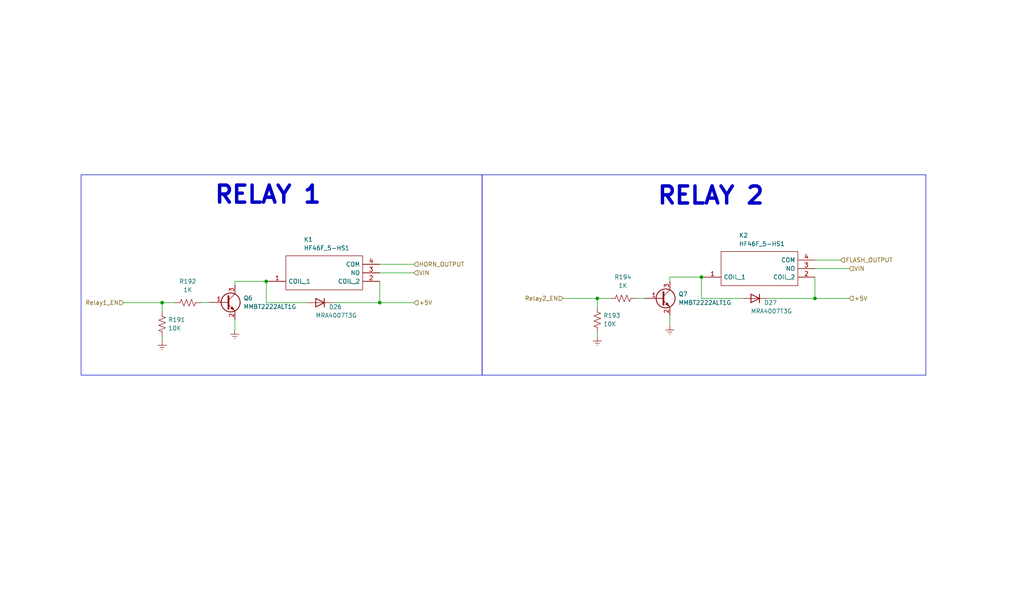
<source format=kicad_sch>
(kicad_sch (version 20231120) (generator "eeschema") (generator_version "8.0")
  (paper "User" 304.8 177.8)
  (lib_symbols
    (symbol "Device:D" (pin_numbers hide) (pin_names (offset 1.016) hide)
      (property "Reference" "D" (at 0 2.54 0))
      (property "Value" "D" (at 0 -2.54 0))
      (symbol "D_0_1"
        (polyline (pts (xy -1.27 1.27) (xy -1.27 -1.27)) (stroke (width 0.254)))
        (polyline (pts (xy 1.27 0) (xy -1.27 0)))
        (polyline (pts (xy 1.27 1.27) (xy 1.27 -1.27) (xy -1.27 0) (xy 1.27 1.27)) (stroke (width 0.254)))
      )
      (symbol "D_1_1"
        (pin passive line (at -3.81 0 0) (length 2.54) (name "K") (number "1"))
        (pin passive line (at 3.81 0 180) (length 2.54) (name "A") (number "2"))
      )
    )
    (symbol "Device:R_US" (pin_numbers hide) (pin_names (offset 0))
      (property "Reference" "R" (at 2.54 0 90))
      (property "Value" "R_US" (at -2.54 0 90))
      (symbol "R_US_0_1"
        (polyline (pts (xy 0 -2.286) (xy 0 -2.54)))
        (polyline (pts (xy 0 2.286) (xy 0 2.54)))
        (polyline (pts (xy 0 -0.762) (xy 1.016 -1.143) (xy 0 -1.524) (xy -1.016 -1.905) (xy 0 -2.286)))
        (polyline (pts (xy 0 0.762) (xy 1.016 0.381) (xy 0 0) (xy -1.016 -0.381) (xy 0 -0.762)))
        (polyline (pts (xy 0 2.286) (xy 1.016 1.905) (xy 0 1.524) (xy -1.016 1.143) (xy 0 0.762)))
      )
      (symbol "R_US_1_1"
        (pin passive line (at 0 3.81 270) (length 1.27) (name "~") (number "1"))
        (pin passive line (at 0 -3.81 90) (length 1.27) (name "~") (number "2"))
      )
    )
    (symbol "HF46F:HF46F_5-HS1" (pin_names (offset 0.762))
      (property "Reference" "K" (at 29.21 7.62 0))
      (property "Value" "HF46F_5-HS1" (at 29.21 5.08 0))
      (symbol "HF46F_5-HS1_0_0"
        (pin passive line (at 33.02 0 180) (length 5.08) (name "COIL_1") (number "1"))
        (pin passive line (at 0 0 0) (length 5.08) (name "COIL_2") (number "2"))
        (pin passive line (at 0 -2.54 0) (length 5.08) (name "NO") (number "3"))
        (pin passive line (at 0 -5.08 0) (length 5.08) (name "COM") (number "4"))
      )
      (symbol "HF46F_5-HS1_0_1"
        (polyline (pts (xy 5.08 2.54) (xy 27.94 2.54) (xy 27.94 -7.62) (xy 5.08 -7.62) (xy 5.08 2.54)) (stroke (width 0.1524)))
      )
    )
    (symbol "Transistor_BJT:2N3055" (pin_names (offset 0) hide)
      (property "Reference" "Q" (at 5.08 1.905 0))
      (property "Value" "2N3055" (at 5.08 0 0))
      (symbol "2N3055_0_1"
        (polyline (pts (xy 0.635 0.635) (xy 2.54 2.54)))
        (polyline (pts (xy 0.635 -0.635) (xy 2.54 -2.54) (xy 2.54 -2.54)))
        (polyline (pts (xy 0.635 1.905) (xy 0.635 -1.905) (xy 0.635 -1.905)) (stroke (width 0.508)))
        (polyline (pts (xy 1.27 -1.778) (xy 1.778 -1.27) (xy 2.286 -2.286) (xy 1.27 -1.778) (xy 1.27 -1.778)) (fill (type outline)))
        (circle (center 1.27 0) (radius 2.8194) (stroke (width 0.254)))
      )
      (symbol "2N3055_1_1"
        (pin input line (at -5.08 0 0) (length 5.715) (name "B") (number "1"))
        (pin passive line (at 2.54 -5.08 90) (length 2.54) (name "E") (number "2"))
        (pin passive line (at 2.54 5.08 270) (length 2.54) (name "C") (number "3"))
      )
    )
    (symbol "power:Earth" (power) (pin_names (offset 0))
      (symbol "Earth_0_1"
        (polyline (pts (xy -0.635 -1.905) (xy 0.635 -1.905)))
        (polyline (pts (xy -0.127 -2.54) (xy 0.127 -2.54)))
        (polyline (pts (xy 0 -1.27) (xy 0 0)))
        (polyline (pts (xy 1.27 -1.27) (xy -1.27 -1.27)))
      )
      (symbol "Earth_1_1"
        (pin power_in line (at 0 0 270) (length 0) hide (name "Earth") (number "1"))
      )
    )
  )
  (junction (at 113.03 90.17))
  (junction (at 242.57 88.9))
  (junction (at 177.8 88.9))
  (junction (at 79.2552 83.82))
  (junction (at 48.26 90.17))
  (junction (at 208.7952 82.55))
  (wire (pts (xy 91.44 90.17) (xy 79.2552 90.17)))
  (wire (pts (xy 48.26 100.33) (xy 48.26 101.6)))
  (wire (pts (xy 113.03 83.82) (xy 113.03 90.17)))
  (wire (pts (xy 113.03 81.28) (xy 123.19 81.28)))
  (wire (pts (xy 242.57 82.55) (xy 242.57 88.9)))
  (wire (pts (xy 242.57 88.9) (xy 252.73 88.9)))
  (wire (pts (xy 69.9188 95.1788) (xy 69.9188 98.298)))
  (wire (pts (xy 199.39 82.55) (xy 208.7952 82.55)))
  (wire (pts (xy 177.8 88.9) (xy 181.61 88.9)))
  (wire (pts (xy 167.64 88.9) (xy 177.8 88.9)))
  (wire (pts (xy 113.03 78.74) (xy 123.19 78.74)))
  (wire (pts (xy 59.69 90.0988) (xy 59.69 90.17)))
  (wire (pts (xy 36.83 90.17) (xy 48.26 90.17)))
  (wire (pts (xy 199.39 83.82) (xy 199.39 82.55)))
  (wire (pts (xy 189.23 88.9) (xy 191.77 88.9)))
  (wire (pts (xy 177.8 99.06) (xy 177.8 100.33)))
  (wire (pts (xy 220.98 88.9) (xy 208.7952 88.9)))
  (wire (pts (xy 62.2988 90.0988) (xy 59.69 90.0988)))
  (wire (pts (xy 242.57 77.47) (xy 250.19 77.47)))
  (wire (pts (xy 208.7952 82.55) (xy 209.55 82.55)))
  (wire (pts (xy 69.9188 98.298) (xy 69.85 98.298)))
  (wire (pts (xy 199.39 93.98) (xy 199.39 97.028)))
  (wire (pts (xy 242.57 80.01) (xy 252.73 80.01)))
  (wire (pts (xy 69.9188 83.82) (xy 69.9188 85.0188)))
  (wire (pts (xy 99.06 90.17) (xy 113.03 90.17)))
  (wire (pts (xy 208.7952 88.9) (xy 208.7952 82.55)))
  (wire (pts (xy 48.26 90.17) (xy 48.26 92.71)))
  (wire (pts (xy 79.2552 83.82) (xy 80.01 83.82)))
  (wire (pts (xy 113.03 90.17) (xy 123.19 90.17)))
  (wire (pts (xy 177.8 88.9) (xy 177.8 91.44)))
  (wire (pts (xy 69.9188 83.82) (xy 79.2552 83.82)))
  (wire (pts (xy 79.2552 90.17) (xy 79.2552 83.82)))
  (wire (pts (xy 48.26 90.17) (xy 52.07 90.17)))
  (wire (pts (xy 228.6 88.9) (xy 242.57 88.9)))
  (rectangle (start 143.51 52.07) (end 275.59 111.76))
  (rectangle (start 24.13 52.07) (end 143.51 111.76))
  (text "RELAY 2\n" (at 211.582 58.42 0) (effects (font (size 5.08 5.08) (bold yes))))
  (text "RELAY 1" (at 79.756 58.166 0) (effects (font (size 5.08 5.08) (bold yes))))
  (hierarchical_label "HORN_OUTPUT" (shape input) (at 123.19 78.74 0))
  (hierarchical_label "+5V" (shape input) (at 123.19 90.17 0))
  (hierarchical_label "VIN" (shape input) (at 252.73 80.01 0))
  (hierarchical_label "Relay2_EN" (shape input) (at 167.64 88.9 180))
  (hierarchical_label "VIN" (shape input) (at 123.19 81.28 0))
  (hierarchical_label "+5V" (shape input) (at 252.73 88.9 0))
  (hierarchical_label "FLASH_OUTPUT" (shape input) (at 250.19 77.47 0))
  (hierarchical_label "Relay1_EN" (shape input) (at 36.83 90.17 180))
  (symbol (lib_id "Device:R_US") (at 55.88 90.17 90) (unit 1)
    (property "Reference" "R192" (at 55.88 83.82 90))
    (property "Value" "1K" (at 55.88 86.36 90))
    (property "Footprint" "Resistor_SMD:R_0603_1608Metric" (effects (hide yes)))
    (property "Description" "Resistor, US symbol" (effects (hide yes)))
    (property "MPN" "0603WAF1001T5E" (effects (hide yes)))
  )
  (symbol (lib_id "Device:R_US") (at 185.42 88.9 90) (unit 1)
    (property "Reference" "R194" (at 185.42 82.55 90))
    (property "Value" "1K" (at 185.42 85.09 90))
    (property "Footprint" "Resistor_SMD:R_0603_1608Metric" (effects (hide yes)))
    (property "Description" "Resistor, US symbol" (effects (hide yes)))
    (property "MPN" "0603WAF1001T5E" (effects (hide yes)))
  )
  (symbol (lib_id "power:Earth") (at 48.26 101.6 0) (unit 1)
    (property "Reference" "#PWR0204" (effects (hide yes)))
    (property "Value" "Earth" (effects (hide yes)))
    (property "Description" "Power symbol creates a global label with name \"Earth\"" (effects (hide yes)))
  )
  (symbol (lib_id "Device:R_US") (at 48.26 96.52 0) (unit 1)
    (property "Reference" "R191" (at 50.038 95.2499 0) (effects (justify left)))
    (property "Value" "10K" (at 50.038 97.7899 0) (effects (justify left)))
    (property "Footprint" "Resistor_SMD:R_0603_1608Metric" (effects (hide yes)))
    (property "Description" "Resistor, US symbol" (effects (hide yes)))
    (property "MPN" "0603WAF1002T5E" (effects (hide yes)))
  )
  (symbol (lib_id "Transistor_BJT:2N3055") (at 196.85 88.9 0) (unit 1)
    (property "Reference" "Q7" (at 201.93 87.6299 0) (effects (justify left)))
    (property "Value" "MMBT2222ALT1G" (at 201.93 90.1699 0) (effects (justify left)))
    (property "Footprint" "HDMI 2.0 TX:MMBT2222ALT1G" (effects (hide yes)))
    (property "Datasheet" "https://datasheet.lcsc.com/lcsc/2304140030_onsemi-MMBT2222ALT1G_C82460.pdf" (effects (hide yes)))
    (property "Description" "40V 225mW 100@150mA,10V 600mA NPN SOT-23(TO-236) Bipolar Transistors - BJT ROHS" (effects (hide yes)))
    (property "MPN" "MMBT2222A" (effects (hide yes)))
  )
  (symbol (lib_id "power:Earth") (at 177.8 100.33 0) (unit 1)
    (property "Reference" "#PWR0206" (effects (hide yes)))
    (property "Value" "Earth" (effects (hide yes)))
    (property "Description" "Power symbol creates a global label with name \"Earth\"" (effects (hide yes)))
  )
  (symbol (lib_id "HF46F:HF46F_5-HS1") (at 242.57 82.55 180) (unit 1)
    (property "Reference" "K2" (at 219.964 70.104 0) (effects (justify right)))
    (property "Value" "HF46F_5-HS1" (at 219.964 72.644 0) (effects (justify right)))
    (property "Footprint" "Footprint Library:HF46F5HS1" (effects (hide yes)))
    (property "Description" "Relay: electromagnetic; SPST-NO; Ucoil: 5VDC; 5A/250VAC; 5A/30VDC" (effects (hide yes)))
    (property "Height" "15.6" (effects (hide yes)))
    (property "Manufacturer_Name" "Hongfa" (effects (hide yes)))
    (property "Manufacturer_Part_Number" "HF46F/5-HS1" (effects (hide yes)))
    (property "MPN" "HF46F_5-HS1" (effects (hide yes)))
  )
  (symbol (lib_id "power:Earth") (at 69.85 98.298 0) (unit 1)
    (property "Reference" "#PWR0205" (effects (hide yes)))
    (property "Value" "Earth" (effects (hide yes)))
    (property "Description" "Power symbol creates a global label with name \"Earth\"" (effects (hide yes)))
  )
  (symbol (lib_id "Device:D") (at 224.79 88.9 180) (unit 1)
    (property "Reference" "D27" (at 229.362 90.17 0))
    (property "Value" "MRA4007T3G" (at 229.616 92.71 0))
    (property "Footprint" "Library:MRA4007T3G" (effects (hide yes)))
    (property "Description" "Diode" (effects (hide yes)))
    (property "Sim.Device" "D" (effects (hide yes)))
    (property "Sim.Pins" "1=K 2=A" (effects (hide yes)))
    (property "MPN" "MRA4007T3G" (effects (hide yes)))
  )
  (symbol (lib_id "Transistor_BJT:2N3055") (at 67.3788 90.0988 0) (unit 1)
    (property "Reference" "Q6" (at 72.4588 88.8287 0) (effects (justify left)))
    (property "Value" "MMBT2222ALT1G" (at 72.4588 91.3687 0) (effects (justify left)))
    (property "Footprint" "HDMI 2.0 TX:MMBT2222ALT1G" (effects (hide yes)))
    (property "Datasheet" "https://datasheet.lcsc.com/lcsc/2304140030_onsemi-MMBT2222ALT1G_C82460.pdf" (effects (hide yes)))
    (property "Description" "40V 225mW 100@150mA,10V 600mA NPN SOT-23(TO-236) Bipolar Transistors - BJT ROHS" (effects (hide yes)))
    (property "MPN" "MMBT2222A" (effects (hide yes)))
  )
  (symbol (lib_id "power:Earth") (at 199.39 97.028 0) (unit 1)
    (property "Reference" "#PWR0207" (effects (hide yes)))
    (property "Value" "Earth" (effects (hide yes)))
    (property "Description" "Power symbol creates a global label with name \"Earth\"" (effects (hide yes)))
  )
  (symbol (lib_id "Device:R_US") (at 177.8 95.25 0) (unit 1)
    (property "Reference" "R193" (at 179.578 93.9799 0) (effects (justify left)))
    (property "Value" "10K" (at 179.578 96.5199 0) (effects (justify left)))
    (property "Footprint" "Resistor_SMD:R_0603_1608Metric" (effects (hide yes)))
    (property "Description" "Resistor, US symbol" (effects (hide yes)))
    (property "MPN" "0603WAF1002T5E" (effects (hide yes)))
  )
  (symbol (lib_id "HF46F:HF46F_5-HS1") (at 113.03 83.82 180) (unit 1)
    (property "Reference" "K1" (at 90.424 71.374 0) (effects (justify right)))
    (property "Value" "HF46F_5-HS1" (at 90.424 73.914 0) (effects (justify right)))
    (property "Footprint" "Footprint Library:HF46F5HS1" (effects (hide yes)))
    (property "Description" "Relay: electromagnetic; SPST-NO; Ucoil: 5VDC; 5A/250VAC; 5A/30VDC" (effects (hide yes)))
    (property "Height" "15.6" (effects (hide yes)))
    (property "Manufacturer_Name" "Hongfa" (effects (hide yes)))
    (property "Manufacturer_Part_Number" "HF46F/5-HS1" (effects (hide yes)))
    (property "MPN" "HF46F_5-HS1" (effects (hide yes)))
  )
  (symbol (lib_id "Device:D") (at 95.25 90.17 180) (unit 1)
    (property "Reference" "D26" (at 99.822 91.44 0))
    (property "Value" "MRA4007T3G" (at 100.076 93.98 0))
    (property "Footprint" "Library:MRA4007T3G" (effects (hide yes)))
    (property "Description" "Diode" (effects (hide yes)))
    (property "Sim.Device" "D" (effects (hide yes)))
    (property "Sim.Pins" "1=K 2=A" (effects (hide yes)))
    (property "MPN" "MRA4007T3G" (effects (hide yes)))
  )
)
</source>
